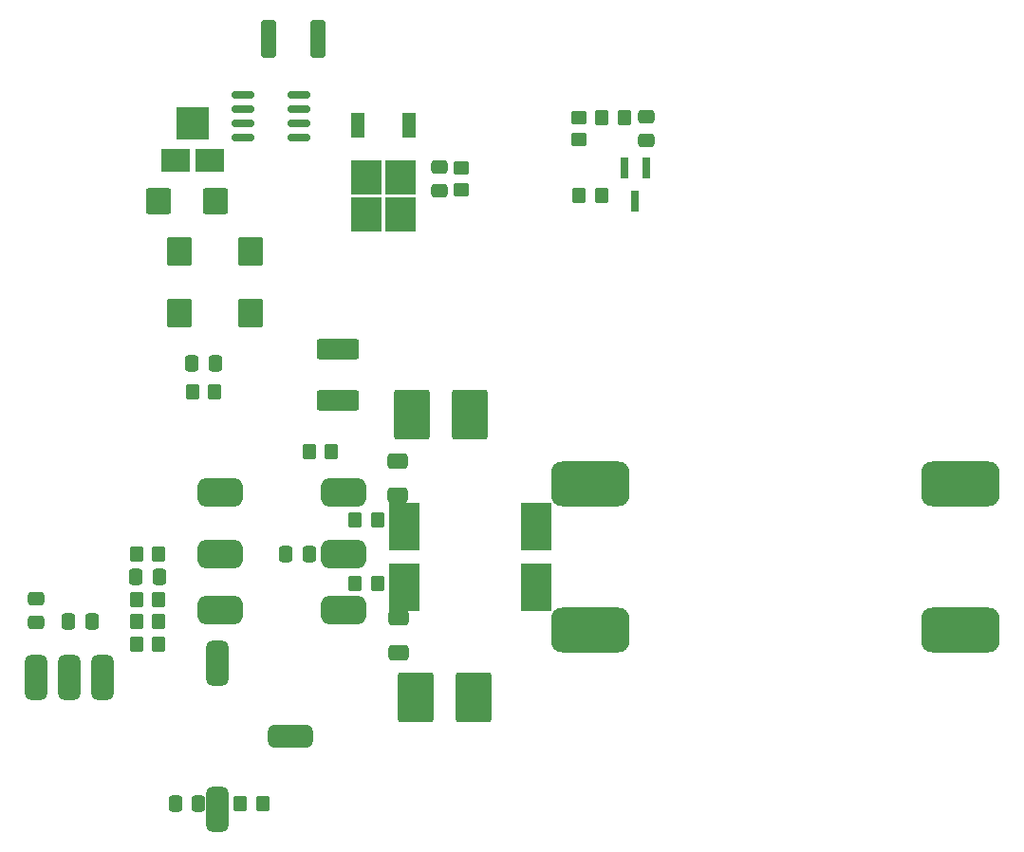
<source format=gtp>
G04 #@! TF.GenerationSoftware,KiCad,Pcbnew,(6.0.0)*
G04 #@! TF.CreationDate,2022-09-16T08:33:47+02:00*
G04 #@! TF.ProjectId,Ampli_0_5W,416d706c-695f-4305-9f35-572e6b696361,rev?*
G04 #@! TF.SameCoordinates,Original*
G04 #@! TF.FileFunction,Paste,Top*
G04 #@! TF.FilePolarity,Positive*
%FSLAX46Y46*%
G04 Gerber Fmt 4.6, Leading zero omitted, Abs format (unit mm)*
G04 Created by KiCad (PCBNEW (6.0.0)) date 2022-09-16 08:33:47*
%MOMM*%
%LPD*%
G01*
G04 APERTURE LIST*
G04 Aperture macros list*
%AMRoundRect*
0 Rectangle with rounded corners*
0 $1 Rounding radius*
0 $2 $3 $4 $5 $6 $7 $8 $9 X,Y pos of 4 corners*
0 Add a 4 corners polygon primitive as box body*
4,1,4,$2,$3,$4,$5,$6,$7,$8,$9,$2,$3,0*
0 Add four circle primitives for the rounded corners*
1,1,$1+$1,$2,$3*
1,1,$1+$1,$4,$5*
1,1,$1+$1,$6,$7*
1,1,$1+$1,$8,$9*
0 Add four rect primitives between the rounded corners*
20,1,$1+$1,$2,$3,$4,$5,0*
20,1,$1+$1,$4,$5,$6,$7,0*
20,1,$1+$1,$6,$7,$8,$9,0*
20,1,$1+$1,$8,$9,$2,$3,0*%
G04 Aperture macros list end*
%ADD10RoundRect,0.250000X0.337500X0.475000X-0.337500X0.475000X-0.337500X-0.475000X0.337500X-0.475000X0*%
%ADD11RoundRect,0.625000X-1.375000X-0.625000X1.375000X-0.625000X1.375000X0.625000X-1.375000X0.625000X0*%
%ADD12RoundRect,0.250000X0.350000X0.450000X-0.350000X0.450000X-0.350000X-0.450000X0.350000X-0.450000X0*%
%ADD13RoundRect,0.250000X-0.337500X-0.475000X0.337500X-0.475000X0.337500X0.475000X-0.337500X0.475000X0*%
%ADD14RoundRect,0.500000X0.500000X1.500000X-0.500000X1.500000X-0.500000X-1.500000X0.500000X-1.500000X0*%
%ADD15RoundRect,0.500000X1.500000X-0.500000X1.500000X0.500000X-1.500000X0.500000X-1.500000X-0.500000X0*%
%ADD16R,2.700000X4.320000*%
%ADD17RoundRect,0.250000X0.400000X1.450000X-0.400000X1.450000X-0.400000X-1.450000X0.400000X-1.450000X0*%
%ADD18RoundRect,0.150000X-0.825000X-0.150000X0.825000X-0.150000X0.825000X0.150000X-0.825000X0.150000X0*%
%ADD19RoundRect,0.250000X0.875000X1.025000X-0.875000X1.025000X-0.875000X-1.025000X0.875000X-1.025000X0*%
%ADD20RoundRect,0.500000X-0.500000X-1.500000X0.500000X-1.500000X0.500000X1.500000X-0.500000X1.500000X0*%
%ADD21RoundRect,0.250000X0.475000X-0.337500X0.475000X0.337500X-0.475000X0.337500X-0.475000X-0.337500X0*%
%ADD22R,0.800000X1.900000*%
%ADD23RoundRect,0.250000X0.450000X-0.350000X0.450000X0.350000X-0.450000X0.350000X-0.450000X-0.350000X0*%
%ADD24RoundRect,0.250000X-1.625000X0.675000X-1.625000X-0.675000X1.625000X-0.675000X1.625000X0.675000X0*%
%ADD25RoundRect,0.250000X1.350000X1.975000X-1.350000X1.975000X-1.350000X-1.975000X1.350000X-1.975000X0*%
%ADD26RoundRect,0.250000X-0.350000X-0.450000X0.350000X-0.450000X0.350000X0.450000X-0.350000X0.450000X0*%
%ADD27R,2.750000X3.050000*%
%ADD28R,1.200000X2.200000*%
%ADD29RoundRect,0.250000X0.650000X-0.412500X0.650000X0.412500X-0.650000X0.412500X-0.650000X-0.412500X0*%
%ADD30RoundRect,0.250000X-0.475000X0.337500X-0.475000X-0.337500X0.475000X-0.337500X0.475000X0.337500X0*%
%ADD31R,2.500000X2.000000*%
%ADD32R,3.000000X3.000000*%
%ADD33RoundRect,0.250000X-0.875000X-0.925000X0.875000X-0.925000X0.875000X0.925000X-0.875000X0.925000X0*%
%ADD34RoundRect,1.000000X2.500000X-1.000000X2.500000X1.000000X-2.500000X1.000000X-2.500000X-1.000000X0*%
G04 APERTURE END LIST*
D10*
X96037500Y-81000000D03*
X93962500Y-81000000D03*
D11*
X101500000Y-84000000D03*
X101500000Y-79000000D03*
X101500000Y-73500000D03*
X112500000Y-73500000D03*
X112500000Y-79000000D03*
X112500000Y-84000000D03*
D12*
X115500000Y-75900000D03*
X113500000Y-75900000D03*
D13*
X97462500Y-101250000D03*
X99537500Y-101250000D03*
D12*
X96000000Y-83000000D03*
X94000000Y-83000000D03*
D14*
X101250000Y-101750000D03*
D15*
X107750000Y-95250000D03*
D14*
X101250000Y-88750000D03*
D16*
X117900000Y-76500000D03*
X117900000Y-81900000D03*
X129700000Y-81900000D03*
X129700000Y-76500000D03*
D17*
X110225000Y-33000000D03*
X105775000Y-33000000D03*
D18*
X103525000Y-37995000D03*
X103525000Y-39265000D03*
X103525000Y-40535000D03*
X103525000Y-41805000D03*
X108475000Y-41805000D03*
X108475000Y-40535000D03*
X108475000Y-39265000D03*
X108475000Y-37995000D03*
D19*
X104200000Y-57500000D03*
X97800000Y-57500000D03*
D20*
X85000000Y-90000000D03*
X88000000Y-90000000D03*
X91000000Y-90000000D03*
D10*
X109400000Y-79000000D03*
X107325000Y-79000000D03*
D21*
X139500000Y-42037500D03*
X139500000Y-39962500D03*
D22*
X139450000Y-44500000D03*
X137550000Y-44500000D03*
X138500000Y-47500000D03*
D12*
X137500000Y-40000000D03*
X135500000Y-40000000D03*
X115500000Y-81600000D03*
X113500000Y-81600000D03*
D13*
X98962500Y-62000000D03*
X101037500Y-62000000D03*
D23*
X123000000Y-46500000D03*
X123000000Y-44500000D03*
D12*
X96000000Y-79000000D03*
X94000000Y-79000000D03*
D13*
X87962500Y-85000000D03*
X90037500Y-85000000D03*
D12*
X96000000Y-85000000D03*
X94000000Y-85000000D03*
D24*
X112000000Y-60725000D03*
X112000000Y-65275000D03*
D25*
X124100000Y-91750000D03*
X118900000Y-91750000D03*
D26*
X94000000Y-87000000D03*
X96000000Y-87000000D03*
D12*
X105250000Y-101250000D03*
X103250000Y-101250000D03*
X111400000Y-69800000D03*
X109400000Y-69800000D03*
D27*
X114475000Y-45325000D03*
X114475000Y-48675000D03*
X117525000Y-45325000D03*
X117525000Y-48675000D03*
D28*
X118280000Y-40700000D03*
X113720000Y-40700000D03*
D29*
X117300000Y-73762500D03*
X117300000Y-70637500D03*
D25*
X123750000Y-66500000D03*
X118550000Y-66500000D03*
D30*
X85000000Y-82962500D03*
X85000000Y-85037500D03*
D31*
X97500000Y-43800000D03*
D32*
X99000000Y-40550000D03*
D31*
X100500000Y-43800000D03*
D23*
X133500000Y-42000000D03*
X133500000Y-40000000D03*
D21*
X121000000Y-46537500D03*
X121000000Y-44462500D03*
D33*
X95950000Y-47500000D03*
X101050000Y-47500000D03*
D34*
X134500000Y-72750000D03*
X134500000Y-85750000D03*
X167500000Y-85750000D03*
X167500000Y-72750000D03*
D19*
X104200000Y-52000000D03*
X97800000Y-52000000D03*
D12*
X101000000Y-64500000D03*
X99000000Y-64500000D03*
D29*
X117400000Y-87762500D03*
X117400000Y-84637500D03*
D12*
X135500000Y-47000000D03*
X133500000Y-47000000D03*
M02*

</source>
